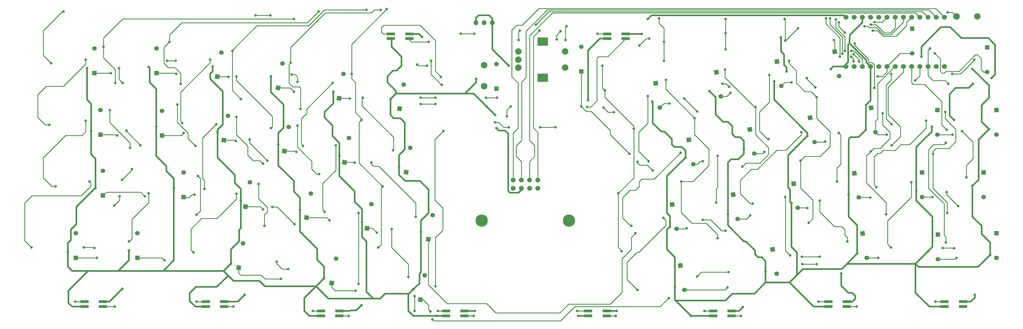
<source format=gbr>
G04 #@! TF.GenerationSoftware,KiCad,Pcbnew,(6.0.0-0)*
G04 #@! TF.CreationDate,2021-12-31T14:24:18+09:00*
G04 #@! TF.ProjectId,aliceball,616c6963-6562-4616-9c6c-2e6b69636164,rev?*
G04 #@! TF.SameCoordinates,Original*
G04 #@! TF.FileFunction,Copper,L1,Top*
G04 #@! TF.FilePolarity,Positive*
%FSLAX46Y46*%
G04 Gerber Fmt 4.6, Leading zero omitted, Abs format (unit mm)*
G04 Created by KiCad (PCBNEW (6.0.0-0)) date 2021-12-31 14:24:18*
%MOMM*%
%LPD*%
G01*
G04 APERTURE LIST*
G04 Aperture macros list*
%AMRotRect*
0 Rectangle, with rotation*
0 The origin of the aperture is its center*
0 $1 length*
0 $2 width*
0 $3 Rotation angle, in degrees counterclockwise*
0 Add horizontal line*
21,1,$1,$2,0,0,$3*%
G04 Aperture macros list end*
G04 #@! TA.AperFunction,SMDPad,CuDef*
%ADD10R,2.500000X0.820000*%
G04 #@! TD*
G04 #@! TA.AperFunction,ComponentPad*
%ADD11C,2.000000*%
G04 #@! TD*
G04 #@! TA.AperFunction,ComponentPad*
%ADD12R,3.200000X2.500000*%
G04 #@! TD*
G04 #@! TA.AperFunction,ComponentPad*
%ADD13O,1.500000X1.500000*%
G04 #@! TD*
G04 #@! TA.AperFunction,ComponentPad*
%ADD14R,1.397000X1.397000*%
G04 #@! TD*
G04 #@! TA.AperFunction,ComponentPad*
%ADD15C,1.397000*%
G04 #@! TD*
G04 #@! TA.AperFunction,ComponentPad*
%ADD16RotRect,1.397000X1.397000X280.000000*%
G04 #@! TD*
G04 #@! TA.AperFunction,ComponentPad*
%ADD17RotRect,1.397000X1.397000X80.000000*%
G04 #@! TD*
G04 #@! TA.AperFunction,WasherPad*
%ADD18C,3.810000*%
G04 #@! TD*
G04 #@! TA.AperFunction,ComponentPad*
%ADD19C,1.500000*%
G04 #@! TD*
G04 #@! TA.AperFunction,ComponentPad*
%ADD20C,1.524000*%
G04 #@! TD*
G04 #@! TA.AperFunction,ViaPad*
%ADD21C,0.800000*%
G04 #@! TD*
G04 #@! TA.AperFunction,Conductor*
%ADD22C,0.250000*%
G04 #@! TD*
G04 #@! TA.AperFunction,Conductor*
%ADD23C,0.500000*%
G04 #@! TD*
G04 APERTURE END LIST*
D10*
X157155000Y-113335500D03*
X151455000Y-113335500D03*
X151455000Y-111835500D03*
X157155000Y-111835500D03*
X239832000Y-113335500D03*
X234132000Y-113335500D03*
X234132000Y-111835500D03*
X239832000Y-111835500D03*
X207066000Y-27610500D03*
X201366000Y-27610500D03*
X201366000Y-26110500D03*
X207066000Y-26110500D03*
X82860000Y-110478000D03*
X77160000Y-110478000D03*
X77160000Y-108978000D03*
X82860000Y-108978000D03*
X45331500Y-110478000D03*
X39631500Y-110478000D03*
X39631500Y-108978000D03*
X45331500Y-108978000D03*
X201160500Y-113335500D03*
X195460500Y-113335500D03*
X195460500Y-111835500D03*
X201160500Y-111835500D03*
X311384000Y-110478000D03*
X305684000Y-110478000D03*
X305684000Y-108978000D03*
X311384000Y-108978000D03*
X118483500Y-113335500D03*
X112783500Y-113335500D03*
X112783500Y-111835500D03*
X118483500Y-111835500D03*
X140124500Y-27610500D03*
X134424500Y-27610500D03*
X134424500Y-26110500D03*
X140124500Y-26110500D03*
X275455500Y-110478000D03*
X269755500Y-110478000D03*
X269755500Y-108978000D03*
X275455500Y-108978000D03*
D11*
X173856000Y-31599500D03*
X173856000Y-36599500D03*
X173856000Y-34099500D03*
D12*
X181356000Y-28499500D03*
X181356000Y-39699500D03*
D11*
X188356000Y-36599500D03*
X188356000Y-31599500D03*
D13*
X163258500Y-22719500D03*
X165758500Y-22719500D03*
X160758500Y-22719500D03*
D14*
X45360000Y-76110000D03*
D15*
X45360000Y-68490000D03*
D14*
X317754000Y-68961000D03*
D15*
X317754000Y-76581000D03*
D16*
X258989900Y-72447882D03*
D15*
X260313100Y-79952118D03*
D14*
X303657000Y-88201500D03*
D15*
X303657000Y-95821500D03*
D17*
X101446400Y-62426118D03*
D15*
X102769600Y-54921882D03*
D14*
X167068500Y-43053000D03*
D15*
X167068500Y-35433000D03*
D14*
X193357500Y-37719000D03*
D15*
X193357500Y-30099000D03*
D16*
X245464400Y-55683882D03*
D15*
X246787600Y-63188118D03*
D16*
X277849400Y-69209382D03*
D15*
X279172600Y-76713618D03*
D17*
X82704626Y-58963584D03*
D15*
X84027826Y-51459348D03*
D16*
X282992900Y-49016382D03*
D15*
X284316100Y-56520618D03*
D17*
X80681900Y-39375618D03*
D15*
X82005100Y-31871382D03*
D17*
X137069900Y-49281618D03*
D15*
X138393100Y-41777382D03*
D14*
X70294500Y-76581000D03*
D15*
X70294500Y-68961000D03*
D14*
X61912500Y-38290500D03*
D15*
X61912500Y-30670500D03*
D18*
X162522000Y-83888000D03*
X189522000Y-83888000D03*
D19*
X172212000Y-73918500D03*
X172212000Y-71378500D03*
X174752000Y-73918500D03*
X174752000Y-71378500D03*
X177292000Y-73918500D03*
X177292000Y-71378500D03*
X179832000Y-73918500D03*
X179832000Y-71378500D03*
D17*
X146023400Y-89667618D03*
D15*
X147346600Y-82163382D03*
D14*
X44577000Y-57340500D03*
D15*
X44577000Y-49720500D03*
D11*
X309360500Y-20764500D03*
X315860500Y-20764500D03*
D17*
X87349400Y-98430618D03*
D15*
X88672600Y-90926382D03*
D16*
X223937900Y-97784382D03*
D15*
X225261100Y-105288618D03*
D14*
X298704000Y-68961000D03*
D15*
X298704000Y-76581000D03*
D17*
X139092626Y-68869584D03*
D15*
X140415826Y-61365348D03*
D14*
X42672000Y-38290500D03*
D15*
X42672000Y-30670500D03*
D16*
X271753400Y-31680882D03*
D15*
X273076600Y-39185118D03*
D16*
X252463741Y-92783223D03*
D15*
X253786941Y-100287459D03*
D16*
X253846400Y-34728882D03*
D15*
X255169600Y-42233118D03*
D14*
X303466500Y-49720500D03*
D15*
X303466500Y-57340500D03*
D17*
X143546900Y-108336618D03*
D15*
X144870100Y-100832382D03*
D14*
X36957000Y-95440500D03*
D15*
X36957000Y-87820500D03*
D14*
X63627000Y-57531000D03*
D15*
X63627000Y-49911000D03*
D14*
X318897000Y-30289500D03*
D15*
X318897000Y-37909500D03*
D16*
X216317900Y-41396382D03*
D15*
X217641100Y-48900618D03*
D14*
X56007000Y-95440500D03*
D15*
X56007000Y-87820500D03*
D17*
X120115400Y-65855118D03*
D15*
X121438600Y-58350882D03*
D14*
X321754500Y-49720500D03*
D15*
X321754500Y-57340500D03*
D17*
X89444900Y-79571118D03*
D15*
X90768100Y-72066882D03*
D11*
X163258500Y-42302500D03*
X163258500Y-35802500D03*
D17*
X108304400Y-83000118D03*
D15*
X109627600Y-75495882D03*
D14*
X321754500Y-87820500D03*
D15*
X321754500Y-95440500D03*
D17*
X99541400Y-42804618D03*
D15*
X100864600Y-35300382D03*
D20*
X277749000Y-36231400D03*
X280289000Y-36231400D03*
X282829000Y-36231400D03*
X285369000Y-36231400D03*
X287909000Y-36231400D03*
X290449000Y-36231400D03*
X292989000Y-36231400D03*
X295529000Y-36231400D03*
X298069000Y-36231400D03*
X300609000Y-36231400D03*
X303149000Y-36231400D03*
X305689000Y-36231400D03*
X305689000Y-21011400D03*
X303149000Y-21011400D03*
X300609000Y-21011400D03*
X298069000Y-21011400D03*
X295529000Y-21011400D03*
X292989000Y-21011400D03*
X290449000Y-21011400D03*
X287909000Y-21011400D03*
X285369000Y-21011400D03*
X282829000Y-21011400D03*
X280289000Y-21011400D03*
X277749000Y-21011400D03*
X275209000Y-21011400D03*
X275209000Y-36231400D03*
D17*
X116113741Y-103166778D03*
D15*
X117436941Y-95662542D03*
D16*
X240320900Y-75876882D03*
D15*
X241644100Y-83381118D03*
D16*
X264133400Y-52064382D03*
D15*
X265456600Y-59568618D03*
D16*
X280325900Y-87878382D03*
D15*
X281649100Y-95382618D03*
D16*
X226604900Y-58922382D03*
D15*
X227928100Y-66426618D03*
D17*
X127063500Y-86296500D03*
D15*
X128386700Y-78792264D03*
D14*
X295656000Y-24574500D03*
D15*
X295656000Y-32194500D03*
D17*
X118400900Y-46043118D03*
D15*
X119724100Y-38538882D03*
D16*
X235177400Y-37967382D03*
D15*
X236500600Y-45471618D03*
D16*
X221461400Y-78924882D03*
D15*
X222784600Y-86429118D03*
D21*
X302704500Y-32194500D03*
X284988000Y-39243000D03*
X84201000Y-39433500D03*
X148209000Y-47815500D03*
X104394000Y-44005500D03*
X121729500Y-46101000D03*
X47815500Y-38290500D03*
X68008500Y-38481000D03*
X220599000Y-47625000D03*
X239458500Y-44386500D03*
X143637000Y-47815500D03*
X258318000Y-41148000D03*
X70294500Y-56769000D03*
X215455500Y-68389500D03*
X208216500Y-63246000D03*
X170307000Y-51625500D03*
X171450000Y-48577500D03*
X268795500Y-59436000D03*
X249936000Y-62674500D03*
X287845500Y-57340500D03*
X86487000Y-59245500D03*
X308229000Y-57340500D03*
X230886000Y-65532000D03*
X105156000Y-62674500D03*
X210693000Y-65722500D03*
X193357500Y-48577500D03*
X123253500Y-65913000D03*
X49720500Y-57531000D03*
X225933000Y-86296500D03*
X94869000Y-80391000D03*
X289369500Y-60579000D03*
X263271000Y-80010000D03*
X58293000Y-76390500D03*
X130111500Y-87630000D03*
X301942500Y-76581000D03*
X210121500Y-87820500D03*
X115443000Y-83820000D03*
X73723500Y-75819000D03*
X282702000Y-76771500D03*
X245554500Y-82296000D03*
X285178500Y-95440500D03*
X220408500Y-107823000D03*
X147256500Y-114490500D03*
X123444000Y-105537000D03*
X266128500Y-97345500D03*
X238506000Y-104584500D03*
X306133500Y-59817000D03*
X100393500Y-101917500D03*
X261747000Y-97345500D03*
X309372000Y-95440500D03*
X43434000Y-95440500D03*
X64389000Y-96202500D03*
X146685000Y-112014000D03*
X306324000Y-55816500D03*
X306133500Y-90678000D03*
X271462500Y-28003500D03*
X170878500Y-36004500D03*
X88011000Y-77724000D03*
X148590000Y-113347500D03*
X136969500Y-67246500D03*
X79248000Y-36195000D03*
X34480500Y-93535500D03*
X84963000Y-97155000D03*
X319849500Y-94488000D03*
X195453000Y-46672500D03*
X41719500Y-56197500D03*
X215265000Y-47053500D03*
X296989500Y-74676000D03*
X141351000Y-105156000D03*
X258318000Y-78486000D03*
X238696500Y-81915000D03*
X160782000Y-40005000D03*
X192417000Y-113335500D03*
X252984000Y-40767000D03*
X143722089Y-87354411D03*
X59436000Y-36385500D03*
X134302500Y-46291500D03*
X319468500Y-55626000D03*
X67246500Y-73723500D03*
X164115750Y-48672750D03*
X220789500Y-85725000D03*
X43053000Y-73723500D03*
X125539500Y-84391500D03*
X61824521Y-54761479D03*
X243649500Y-61722000D03*
X301752000Y-54864000D03*
X113728500Y-101727000D03*
X116586000Y-44005500D03*
X227278500Y-113335500D03*
X276034500Y-75819000D03*
X97345500Y-39243000D03*
X270510000Y-36957000D03*
X99631500Y-60388500D03*
X250317000Y-99631500D03*
X40386000Y-36766500D03*
X278701500Y-94083110D03*
X314325000Y-73152000D03*
X80772000Y-56578500D03*
X300609000Y-93345000D03*
X281368500Y-55816500D03*
X53340000Y-93154500D03*
X222313500Y-104394000D03*
X167068500Y-55245000D03*
X166687500Y-51244500D03*
X225552000Y-64389000D03*
X118491000Y-63817500D03*
X263271000Y-57721500D03*
X106299000Y-80581500D03*
X314325000Y-36957000D03*
X232981500Y-43815000D03*
X213931500Y-21526500D03*
X314896500Y-34099500D03*
X308038500Y-38481000D03*
X89154000Y-106870500D03*
X51362000Y-104998000D03*
X212000500Y-26110500D03*
X160413000Y-111835500D03*
X125330000Y-110080000D03*
X320230500Y-39814500D03*
X255079500Y-27241500D03*
X314515500Y-41529000D03*
X273783000Y-100203000D03*
X256794000Y-37719000D03*
X204216000Y-111823500D03*
X298525500Y-33159000D03*
X308610000Y-52768500D03*
X243268500Y-110680500D03*
X144018000Y-27051000D03*
X315087000Y-106870500D03*
X312420000Y-70485000D03*
X311086500Y-56197500D03*
X309943500Y-79438500D03*
X306324000Y-75057000D03*
X308639188Y-92421688D03*
X305181000Y-92392500D03*
X289179000Y-92202000D03*
X295465500Y-72009000D03*
X284607000Y-73533000D03*
X300037500Y-52959000D03*
X289369500Y-54102000D03*
X289179000Y-38481000D03*
X263080500Y-39814500D03*
X265747500Y-42672000D03*
X272415000Y-71818500D03*
X272986500Y-56769000D03*
X275653500Y-90297000D03*
X267081000Y-77724000D03*
X256413000Y-76581000D03*
X267081000Y-95059500D03*
X261556500Y-95059500D03*
X257937000Y-94678500D03*
X261366000Y-56578500D03*
X246316500Y-78676500D03*
X251460000Y-38862000D03*
X251269500Y-58674000D03*
X239077500Y-42481500D03*
X236982000Y-41529000D03*
X225171000Y-46101000D03*
X229171500Y-50101500D03*
X235458000Y-63817500D03*
X235077000Y-78295500D03*
X237934500Y-87058500D03*
X230886000Y-83629500D03*
X238887000Y-99822000D03*
X229171500Y-101155500D03*
X218694000Y-83058000D03*
X210693000Y-105346500D03*
X208788000Y-85534500D03*
X224028000Y-62865000D03*
X213931500Y-45339000D03*
X214122000Y-65532000D03*
X203417951Y-50328049D03*
X167259000Y-45910500D03*
X200215500Y-48958500D03*
X143637000Y-45910500D03*
X163830000Y-45910500D03*
X148209000Y-45910500D03*
X125730000Y-45910500D03*
X135064500Y-62103000D03*
X142113000Y-82677000D03*
X128397000Y-65913000D03*
X134683500Y-86487000D03*
X139827000Y-101346000D03*
X124396500Y-103441500D03*
X124396500Y-81534000D03*
X117348000Y-60579000D03*
X113919000Y-81153000D03*
X116395500Y-41338500D03*
X107251500Y-60769500D03*
X105537000Y-40957500D03*
X103632000Y-38671500D03*
X97345500Y-55245000D03*
X86677500Y-39243000D03*
X96202500Y-65341500D03*
X90678000Y-58864500D03*
X104584500Y-84963000D03*
X97726500Y-79629000D03*
X99060000Y-96583500D03*
X102679500Y-98869500D03*
X73342500Y-93726000D03*
X86677500Y-75628500D03*
X76771500Y-74104500D03*
X80391000Y-54102000D03*
X78486000Y-34099500D03*
X69913500Y-53721000D03*
X65151000Y-34480500D03*
X67818000Y-34480500D03*
X50292000Y-36766500D03*
X51435000Y-41338500D03*
X56959500Y-60579000D03*
X52578000Y-56007000D03*
X59436000Y-75438000D03*
X53340000Y-90297000D03*
X39433500Y-92202000D03*
X42672000Y-92392500D03*
X41148000Y-71818500D03*
X23241000Y-92202000D03*
X40005000Y-52959000D03*
X30670500Y-73342500D03*
X28765500Y-54292500D03*
X40005000Y-34099500D03*
X145542000Y-36004500D03*
X29337000Y-35242500D03*
X33147000Y-19240500D03*
X142494000Y-35623500D03*
X149923500Y-39433500D03*
X160210500Y-26098500D03*
X146113500Y-28575000D03*
X198310500Y-26098500D03*
X156019500Y-26098500D03*
X195110607Y-48768000D03*
X185356500Y-55054500D03*
X166687500Y-53530500D03*
X180594000Y-55054500D03*
X170878500Y-55054500D03*
X36766500Y-108966000D03*
X148209000Y-104203500D03*
X150685500Y-56197500D03*
X141732000Y-111823500D03*
X141732000Y-107251500D03*
X48958500Y-110490000D03*
X74295000Y-108966000D03*
X110299500Y-111823500D03*
X85725000Y-110490000D03*
X121348500Y-113347500D03*
X148971000Y-111823500D03*
X192024000Y-111823500D03*
X160020000Y-113347500D03*
X231457500Y-111823500D03*
X204025500Y-113347500D03*
X266700000Y-108966000D03*
X242697000Y-113347500D03*
X278511000Y-110490000D03*
X302895000Y-108966000D03*
X92583000Y-20383500D03*
X97155000Y-20383500D03*
X211264500Y-29718000D03*
X284035500Y-22479000D03*
X205740000Y-93345000D03*
X199834500Y-36004500D03*
X214312500Y-27622500D03*
X204787500Y-75438000D03*
X200596500Y-43624500D03*
X209550000Y-55435500D03*
X224218500Y-71818500D03*
X218884500Y-34480500D03*
X47434500Y-49720500D03*
X282892500Y-23241000D03*
X51244500Y-71247000D03*
X104394000Y-21526500D03*
X49149000Y-41338500D03*
X235458000Y-89344500D03*
X228409500Y-52197000D03*
X217360500Y-21336000D03*
X54292500Y-68008500D03*
X48768000Y-79248000D03*
X219456000Y-40386000D03*
X218884500Y-28575000D03*
X50482500Y-76390500D03*
X45529500Y-30099000D03*
X53721000Y-61341000D03*
X247269000Y-48768000D03*
X74676000Y-70104000D03*
X243078000Y-67246500D03*
X112014000Y-19240500D03*
X74295000Y-82105500D03*
X237934500Y-25908000D03*
X237934500Y-21526500D03*
X65913000Y-28575000D03*
X69342000Y-41529000D03*
X237744000Y-37147500D03*
X73914000Y-60769500D03*
X280987500Y-23775000D03*
X237934500Y-30861000D03*
X68389500Y-48006000D03*
X257556000Y-34480500D03*
X126873000Y-18669000D03*
X261175500Y-65341500D03*
X94869000Y-66294000D03*
X95250000Y-85534500D03*
X263652000Y-84582000D03*
X93535500Y-72580500D03*
X260413500Y-24384000D03*
X256222500Y-21526500D03*
X256413000Y-28194000D03*
X86677500Y-51816000D03*
X85344000Y-31432500D03*
X88011000Y-46291500D03*
X266128500Y-45720000D03*
X283464000Y-25146000D03*
X296608500Y-40576500D03*
X282892500Y-62484000D03*
X105537000Y-54483000D03*
X277939500Y-29146500D03*
X273022549Y-22633451D03*
X286512000Y-50673000D03*
X112204500Y-69532500D03*
X131254500Y-18669000D03*
X103441500Y-35052000D03*
X274891500Y-25717500D03*
X284035500Y-42862500D03*
X106489500Y-49339500D03*
X287655000Y-81915000D03*
X302133000Y-63246000D03*
X125349000Y-52768500D03*
X301180500Y-30670500D03*
X306514500Y-81534000D03*
X122301000Y-38481000D03*
X305943000Y-50292000D03*
X130492500Y-92202000D03*
X306895500Y-41529000D03*
X131826000Y-73342500D03*
X133159500Y-18478500D03*
X150114000Y-41910000D03*
X279213799Y-34730201D03*
X188785500Y-23812500D03*
X188404500Y-28003500D03*
X146875500Y-34480500D03*
X274129500Y-32253017D03*
X270319500Y-21304980D03*
X277558500Y-32385000D03*
X272070049Y-21680951D03*
X276790981Y-31404907D03*
X174307500Y-25146000D03*
X173926500Y-28003500D03*
X274891500Y-31432500D03*
X276796500Y-33172500D03*
X185737500Y-27813000D03*
X277558500Y-34621500D03*
X186880500Y-25336500D03*
X273367500Y-33147000D03*
X268986000Y-21304980D03*
X306705000Y-19431000D03*
X180403500Y-25146000D03*
X179260500Y-23241000D03*
D22*
X315277500Y-32575500D02*
X315849000Y-32575500D01*
X305562000Y-38290500D02*
X306133500Y-37719000D01*
X315849000Y-32575500D02*
X316992000Y-33718500D01*
X304990500Y-38290500D02*
X305562000Y-38290500D01*
X310134000Y-37719000D02*
X315277500Y-32575500D01*
X302704500Y-32194500D02*
X304419000Y-33909000D01*
X68008500Y-38481000D02*
X67818000Y-38290500D01*
X84201000Y-39433500D02*
X84143118Y-39375618D01*
X220599000Y-47625000D02*
X218916718Y-47625000D01*
X84143118Y-39375618D02*
X80681900Y-39375618D01*
X304419000Y-37719000D02*
X304990500Y-38290500D01*
X287909000Y-37846000D02*
X286512000Y-39243000D01*
X238373382Y-45471618D02*
X236500600Y-45471618D01*
X47815500Y-38290500D02*
X42672000Y-38290500D01*
X291945900Y-32194500D02*
X295656000Y-32194500D01*
X287909000Y-36231400D02*
X287909000Y-37846000D01*
X306133500Y-37719000D02*
X310134000Y-37719000D01*
X316992000Y-33718500D02*
X316992000Y-37147500D01*
X316992000Y-37147500D02*
X317754000Y-37909500D01*
X121671618Y-46043118D02*
X118400900Y-46043118D01*
X143637000Y-47815500D02*
X148209000Y-47815500D01*
X287909000Y-36231400D02*
X291945900Y-32194500D01*
X286512000Y-39243000D02*
X284988000Y-39243000D01*
X218916718Y-47625000D02*
X217641100Y-48900618D01*
X239458500Y-44386500D02*
X238373382Y-45471618D01*
X258318000Y-41148000D02*
X256254718Y-41148000D01*
X256254718Y-41148000D02*
X255169600Y-42233118D01*
X304419000Y-33909000D02*
X304419000Y-37719000D01*
X317754000Y-37909500D02*
X318897000Y-37909500D01*
X104394000Y-44005500D02*
X103193118Y-42804618D01*
X67818000Y-38290500D02*
X61912500Y-38290500D01*
X121729500Y-46101000D02*
X121671618Y-46043118D01*
X103193118Y-42804618D02*
X99541400Y-42804618D01*
X229229382Y-66426618D02*
X227928100Y-66426618D01*
X196405500Y-50101500D02*
X202311000Y-56007000D01*
X284988000Y-41529000D02*
X284988000Y-52387500D01*
X214693500Y-67627500D02*
X213741000Y-66675000D01*
X69532500Y-57531000D02*
X63627000Y-57531000D01*
X86487000Y-59245500D02*
X86205084Y-58963584D01*
X86205084Y-58963584D02*
X82704626Y-58963584D01*
X170307000Y-49720500D02*
X171450000Y-48577500D01*
X123195618Y-65855118D02*
X120115400Y-65855118D01*
X202311000Y-56007000D02*
X202311000Y-57340500D01*
X105156000Y-62674500D02*
X104907618Y-62426118D01*
X268662882Y-59568618D02*
X265456600Y-59568618D01*
X308229000Y-57340500D02*
X303466500Y-57340500D01*
X285135982Y-57340500D02*
X284316100Y-56520618D01*
X213741000Y-66675000D02*
X211455000Y-66675000D01*
X290285600Y-36231400D02*
X284988000Y-41529000D01*
X268795500Y-59436000D02*
X268662882Y-59568618D01*
X215455500Y-68389500D02*
X214693500Y-67627500D01*
X193357500Y-48577500D02*
X193357500Y-37719000D01*
X49530000Y-57340500D02*
X44577000Y-57340500D01*
X70294500Y-56769000D02*
X69532500Y-57531000D01*
X230886000Y-65532000D02*
X230124000Y-65532000D01*
X284988000Y-52387500D02*
X284316100Y-53059400D01*
X230124000Y-65532000D02*
X229229382Y-66426618D01*
X210693000Y-65913000D02*
X210693000Y-65722500D01*
X287845500Y-57340500D02*
X285135982Y-57340500D01*
X193357500Y-48577500D02*
X194881500Y-50101500D01*
X123253500Y-65913000D02*
X123195618Y-65855118D01*
X249936000Y-62674500D02*
X249422382Y-63188118D01*
X211455000Y-66675000D02*
X210693000Y-65913000D01*
X202311000Y-57340500D02*
X208216500Y-63246000D01*
X290449000Y-36231400D02*
X290285600Y-36231400D01*
X249422382Y-63188118D02*
X246787600Y-63188118D01*
X194881500Y-50101500D02*
X196405500Y-50101500D01*
X284316100Y-53059400D02*
X284316100Y-56520618D01*
X170307000Y-51625500D02*
X170307000Y-49720500D01*
X49720500Y-57531000D02*
X49530000Y-57340500D01*
X104907618Y-62426118D02*
X101446400Y-62426118D01*
X292036500Y-57912000D02*
X292036500Y-54864000D01*
X46413000Y-75057000D02*
X45360000Y-76110000D01*
X282702000Y-76771500D02*
X282644118Y-76713618D01*
X72961500Y-75819000D02*
X72009000Y-76771500D01*
X56959500Y-75057000D02*
X46413000Y-75057000D01*
X164020500Y-109537500D02*
X151828500Y-109537500D01*
X205930500Y-106108500D02*
X202311000Y-109728000D01*
X73723500Y-75819000D02*
X72961500Y-75819000D01*
X94049118Y-79571118D02*
X89444900Y-79571118D01*
X263271000Y-80010000D02*
X263213118Y-79952118D01*
X245554500Y-82296000D02*
X244469382Y-83381118D01*
X289369500Y-60579000D02*
X292036500Y-57912000D01*
X72009000Y-76771500D02*
X70485000Y-76771500D01*
X208788000Y-89154000D02*
X208788000Y-92773500D01*
X225933000Y-86296500D02*
X225800382Y-86429118D01*
X282644118Y-76713618D02*
X279172600Y-76713618D01*
X70485000Y-76771500D02*
X70294500Y-76581000D01*
X166878000Y-112395000D02*
X164020500Y-109537500D01*
X128778000Y-86296500D02*
X127063500Y-86296500D01*
X210121500Y-87820500D02*
X208788000Y-89154000D01*
X186690000Y-112395000D02*
X166878000Y-112395000D01*
X58293000Y-76390500D02*
X56959500Y-75057000D01*
X301942500Y-76581000D02*
X298704000Y-76581000D01*
X263213118Y-79952118D02*
X260313100Y-79952118D01*
X146023400Y-103732400D02*
X146023400Y-89667618D01*
X292989000Y-37909500D02*
X292989000Y-36231400D01*
X130111500Y-87630000D02*
X128778000Y-86296500D01*
X225800382Y-86429118D02*
X222784600Y-86429118D01*
X288226500Y-42672000D02*
X292989000Y-37909500D01*
X94869000Y-80391000D02*
X94049118Y-79571118D01*
X208788000Y-92773500D02*
X205930500Y-95631000D01*
X189357000Y-109728000D02*
X186690000Y-112395000D01*
X205930500Y-95631000D02*
X205930500Y-106108500D01*
X288226500Y-51054000D02*
X288226500Y-42672000D01*
X151828500Y-109537500D02*
X146023400Y-103732400D01*
X114623118Y-83000118D02*
X108304400Y-83000118D01*
X202311000Y-109728000D02*
X189357000Y-109728000D01*
X292036500Y-54864000D02*
X288226500Y-51054000D01*
X115443000Y-83820000D02*
X114623118Y-83000118D01*
X244469382Y-83381118D02*
X241644100Y-83381118D01*
X123444000Y-105537000D02*
X117157500Y-105537000D01*
X285178500Y-95440500D02*
X285120618Y-95382618D01*
X186880500Y-114871500D02*
X191262000Y-110490000D01*
X147637500Y-114871500D02*
X186880500Y-114871500D01*
X305562000Y-60388500D02*
X302323500Y-60388500D01*
X146113500Y-110109000D02*
X146113500Y-111442500D01*
X237801882Y-105288618D02*
X225261100Y-105288618D01*
X302323500Y-60388500D02*
X300799500Y-61912500D01*
X88011000Y-100774500D02*
X87349400Y-100112900D01*
X100393500Y-101917500D02*
X95440500Y-101917500D01*
X191262000Y-110490000D02*
X217741500Y-110490000D01*
X217741500Y-110490000D02*
X220408500Y-107823000D01*
X145732500Y-109728000D02*
X146113500Y-110109000D01*
X117157500Y-105537000D02*
X116113741Y-104493241D01*
X116113741Y-104493241D02*
X116113741Y-103166778D01*
X238506000Y-104584500D02*
X237801882Y-105288618D01*
X308991000Y-95821500D02*
X303657000Y-95821500D01*
X143546900Y-108336618D02*
X144341118Y-108336618D01*
X304800000Y-54292500D02*
X306324000Y-55816500D01*
X285120618Y-95382618D02*
X281649100Y-95382618D01*
X43434000Y-95440500D02*
X36957000Y-95440500D01*
X63627000Y-95440500D02*
X56007000Y-95440500D01*
X303847500Y-76962000D02*
X305562000Y-78676500D01*
X305562000Y-88392000D02*
X306133500Y-88963500D01*
X304800000Y-47053500D02*
X304800000Y-54292500D01*
X87349400Y-100112900D02*
X87349400Y-98430618D01*
X300799500Y-73914000D02*
X303847500Y-76962000D01*
X295529000Y-36231400D02*
X295529000Y-41211500D01*
X95440500Y-101917500D02*
X94297500Y-100774500D01*
X64389000Y-96202500D02*
X63627000Y-95440500D01*
X299466000Y-41719500D02*
X304800000Y-47053500D01*
X306133500Y-88963500D02*
X306133500Y-90678000D01*
X94297500Y-100774500D02*
X88011000Y-100774500D01*
X295529000Y-41211500D02*
X296037000Y-41719500D01*
X300799500Y-61912500D02*
X300799500Y-73914000D01*
X266128500Y-97345500D02*
X261747000Y-97345500D01*
X147256500Y-114490500D02*
X147637500Y-114871500D01*
X144341118Y-108336618D02*
X145732500Y-109728000D01*
X296037000Y-41719500D02*
X299466000Y-41719500D01*
X306133500Y-59817000D02*
X305562000Y-60388500D01*
X309372000Y-95440500D02*
X308991000Y-95821500D01*
X305562000Y-78676500D02*
X305562000Y-88392000D01*
X146113500Y-111442500D02*
X146685000Y-112014000D01*
X271753400Y-31680882D02*
X271753400Y-28294400D01*
X271753400Y-28294400D02*
X271462500Y-28003500D01*
D23*
X138702019Y-61894481D02*
X138702019Y-53548519D01*
X282829000Y-38163500D02*
X282829000Y-46736000D01*
X50101500Y-99441000D02*
X53340000Y-96202500D01*
X319468500Y-45910500D02*
X317182500Y-48196500D01*
X78486000Y-38481000D02*
X78486000Y-40005000D01*
X215455500Y-47244000D02*
X215265000Y-47053500D01*
X93726000Y-102489000D02*
X95440500Y-104203500D01*
X80772000Y-56578500D02*
X80772000Y-64376736D01*
X113728500Y-98107500D02*
X111633000Y-96012000D01*
X164782500Y-20383500D02*
X165758500Y-21359500D01*
X40386000Y-46482000D02*
X41148000Y-47244000D01*
X242506500Y-58102500D02*
X243649500Y-59245500D01*
X199084500Y-27610500D02*
X195453000Y-31242000D01*
X167830500Y-56007000D02*
X169735500Y-56007000D01*
X250317000Y-99631500D02*
X250317000Y-103060500D01*
X107632500Y-111823500D02*
X109144500Y-113335500D01*
X220789500Y-82486500D02*
X219837000Y-81534000D01*
X118491000Y-59817000D02*
X118491000Y-63817500D01*
X87524589Y-90211911D02*
X84963000Y-92773500D01*
X201716000Y-27610500D02*
X199084500Y-27610500D01*
X165758500Y-21359500D02*
X165758500Y-22719500D01*
X304624978Y-110478000D02*
X304612978Y-110490000D01*
X250317000Y-96393000D02*
X250317000Y-99631500D01*
X118491000Y-63817500D02*
X118491000Y-70104000D01*
X296989500Y-77724000D02*
X301942500Y-82677000D01*
X40767000Y-99441000D02*
X41148000Y-99441000D01*
X107632500Y-107823000D02*
X107632500Y-111823500D01*
X80772000Y-55816500D02*
X80772000Y-56578500D01*
X281368500Y-55816500D02*
X281368500Y-48196500D01*
X278701500Y-94083110D02*
X278701500Y-85344000D01*
X131064000Y-108013500D02*
X128968500Y-108013500D01*
X88011000Y-74104500D02*
X88011000Y-77724000D01*
X132588000Y-106489500D02*
X131064000Y-108013500D01*
X222516000Y-108573000D02*
X227278500Y-113335500D01*
X67246500Y-73723500D02*
X67246500Y-96202500D01*
X59784521Y-36734021D02*
X59784521Y-41115521D01*
X143256000Y-100352919D02*
X143722089Y-99886830D01*
X111633000Y-96012000D02*
X111633000Y-92583000D01*
X248031000Y-95250000D02*
X249174000Y-95250000D01*
X271235600Y-36231400D02*
X275209000Y-36231400D01*
X128968500Y-108013500D02*
X127063500Y-108013500D01*
X137350500Y-52197000D02*
X135255000Y-52197000D01*
X41719500Y-63436500D02*
X43053000Y-64770000D01*
X160758500Y-21169000D02*
X161544000Y-20383500D01*
X219837000Y-81534000D02*
X219837000Y-70104000D01*
X41148000Y-47244000D02*
X41719500Y-47815500D01*
X297668195Y-98214695D02*
X296715695Y-97262195D01*
X247078500Y-94297500D02*
X248031000Y-95250000D01*
X41719500Y-47815500D02*
X41719500Y-56197500D01*
X263271000Y-57721500D02*
X263271000Y-56769000D01*
X141351000Y-105156000D02*
X140017500Y-106489500D01*
X221361000Y-58674000D02*
X219075000Y-56388000D01*
X224409000Y-61150500D02*
X222123000Y-61150500D01*
X241935000Y-64960500D02*
X239649000Y-64960500D01*
X84963000Y-97155000D02*
X82677000Y-99441000D01*
X59436000Y-36385500D02*
X59784521Y-36734021D01*
X314325000Y-82677000D02*
X317182500Y-85534500D01*
X279082500Y-58102500D02*
X281368500Y-55816500D01*
X166687500Y-51244500D02*
X164115750Y-48672750D01*
X165758500Y-22719500D02*
X165758500Y-30884500D01*
X167068500Y-55245000D02*
X167830500Y-56007000D01*
X222313500Y-104394000D02*
X222313500Y-108370500D01*
X126873000Y-90297000D02*
X126873000Y-105918000D01*
X276320250Y-29051250D02*
X276320250Y-27717750D01*
X220789500Y-85725000D02*
X220789500Y-82486500D01*
X67246500Y-70866000D02*
X67246500Y-73723500D01*
X234886500Y-45720000D02*
X234886500Y-51054000D01*
X111252000Y-104203500D02*
X113728500Y-101727000D01*
X250317000Y-103060500D02*
X246888000Y-106489500D01*
X134302500Y-51244500D02*
X134302500Y-46291500D01*
X164115750Y-48672750D02*
X160020000Y-44577000D01*
X41719500Y-56197500D02*
X41719500Y-56769000D01*
X101180844Y-48031344D02*
X97345500Y-44196000D01*
X296989500Y-74676000D02*
X296989500Y-77724000D01*
X101180844Y-55219656D02*
X101180844Y-48031344D01*
X34480500Y-98107500D02*
X35814000Y-99441000D01*
X238696500Y-85344000D02*
X243649500Y-90297000D01*
X276606000Y-58102500D02*
X279082500Y-58102500D01*
X270105500Y-110478000D02*
X265164000Y-110478000D01*
X109144500Y-113335500D02*
X113133500Y-113335500D01*
X239649000Y-64960500D02*
X238696500Y-65913000D01*
X64960500Y-67056000D02*
X64960500Y-68580000D01*
X126873000Y-105918000D02*
X128968500Y-108013500D01*
X61824521Y-63920021D02*
X64960500Y-67056000D01*
X53340000Y-96202500D02*
X53340000Y-93154500D01*
X257365500Y-63627000D02*
X263271000Y-57721500D01*
X82420256Y-54168244D02*
X80772000Y-55816500D01*
X270510000Y-36957000D02*
X271235600Y-36231400D01*
X136017000Y-43815000D02*
X133350000Y-41148000D01*
X225552000Y-64389000D02*
X225552000Y-62293500D01*
X260032500Y-93726000D02*
X260032500Y-100774500D01*
X220789500Y-85725000D02*
X219837000Y-86677500D01*
X278701500Y-94083110D02*
X275546305Y-97238305D01*
X170688000Y-74676000D02*
X171259500Y-75247500D01*
X137731500Y-33147000D02*
X134683500Y-30099000D01*
X171259500Y-75247500D02*
X173926500Y-75247500D01*
X246888000Y-106489500D02*
X240030000Y-106489500D01*
X319468500Y-55626000D02*
X316230000Y-58864500D01*
X99631500Y-56769000D02*
X101180844Y-55219656D01*
X111252000Y-104203500D02*
X107632500Y-107823000D01*
X136017000Y-44577000D02*
X157353000Y-44577000D01*
X169735500Y-56007000D02*
X170688000Y-56959500D01*
X134683500Y-30099000D02*
X134683500Y-27701500D01*
X85725000Y-102489000D02*
X93726000Y-102489000D01*
X240030000Y-57150000D02*
X240982500Y-58102500D01*
X115062000Y-108013500D02*
X111252000Y-104203500D01*
X260032500Y-100774500D02*
X257746500Y-103060500D01*
X237946500Y-108573000D02*
X222516000Y-108573000D01*
X133350000Y-41148000D02*
X133350000Y-39243000D01*
X275209000Y-35496500D02*
X275844000Y-34861500D01*
X276034500Y-82677000D02*
X276034500Y-75819000D01*
X136969500Y-63627000D02*
X138702019Y-61894481D01*
X243649500Y-63246000D02*
X241935000Y-64960500D01*
X275844000Y-34861500D02*
X275844000Y-29527500D01*
X99631500Y-60388500D02*
X99631500Y-56769000D01*
X106299000Y-80581500D02*
X106299000Y-76771500D01*
X41148000Y-99441000D02*
X50101500Y-99441000D01*
X232981500Y-43815000D02*
X234886500Y-45720000D01*
X137731500Y-36004500D02*
X137731500Y-33147000D01*
X238696500Y-65913000D02*
X238696500Y-81915000D01*
X37147500Y-79629000D02*
X37147500Y-84582000D01*
X43053000Y-64770000D02*
X43053000Y-73723500D01*
X317182500Y-88011000D02*
X319849500Y-90678000D01*
X195453000Y-31242000D02*
X195453000Y-46672500D01*
X243649500Y-59245500D02*
X243649500Y-61722000D01*
X67246500Y-96202500D02*
X64008000Y-99441000D01*
X40386000Y-36766500D02*
X40386000Y-46482000D01*
X276034500Y-75819000D02*
X276034500Y-58674000D01*
X34671000Y-105537000D02*
X34671000Y-109347000D01*
X222123000Y-61150500D02*
X221361000Y-60388500D01*
X257365500Y-73723500D02*
X257365500Y-63627000D01*
X88011000Y-77724000D02*
X88011000Y-86296500D01*
X173926500Y-75247500D02*
X174752000Y-74422000D01*
X72199500Y-106299000D02*
X72199500Y-108775500D01*
X134683500Y-27701500D02*
X134774500Y-27610500D01*
X273915109Y-98869500D02*
X261937500Y-98869500D01*
X221361000Y-60388500D02*
X221361000Y-58674000D01*
X41719500Y-56769000D02*
X41719500Y-63436500D01*
X319849500Y-90678000D02*
X319849500Y-94488000D01*
X143722089Y-99886830D02*
X143722089Y-87354411D01*
X301942500Y-92011500D02*
X300609000Y-93345000D01*
X237172500Y-53340000D02*
X238696500Y-53340000D01*
X40767000Y-99441000D02*
X34671000Y-105537000D01*
X148590000Y-113347500D02*
X141351000Y-113347500D01*
X135255000Y-52197000D02*
X134302500Y-51244500D01*
X106299000Y-76771500D02*
X104394000Y-74866500D01*
X141351000Y-113347500D02*
X139827000Y-111823500D01*
X143446500Y-71628000D02*
X138874500Y-71628000D01*
X104394000Y-74866500D02*
X104394000Y-71628000D01*
X113919000Y-50292000D02*
X113919000Y-52006500D01*
X88011000Y-86296500D02*
X87524589Y-86782911D01*
X72199500Y-108775500D02*
X73902000Y-110478000D01*
X252984000Y-46482000D02*
X252984000Y-40767000D01*
X136969500Y-67246500D02*
X136969500Y-63627000D01*
X240030000Y-54673500D02*
X240030000Y-57150000D01*
X97345500Y-44196000D02*
X97345500Y-39243000D01*
X319849500Y-94488000D02*
X316122805Y-98214695D01*
X139827000Y-111823500D02*
X139827000Y-106489500D01*
X281555980Y-34286980D02*
X276320250Y-29051250D01*
X300609000Y-93345000D02*
X296715695Y-97238305D01*
X219837000Y-70104000D02*
X225552000Y-64389000D01*
X240030000Y-106489500D02*
X237946500Y-108573000D01*
X104394000Y-71628000D02*
X99631500Y-66865500D01*
X301942500Y-82677000D02*
X301942500Y-92011500D01*
X317182500Y-53340000D02*
X319468500Y-55626000D01*
X136017000Y-44577000D02*
X136017000Y-43815000D01*
X84105750Y-100869750D02*
X85725000Y-102489000D01*
X249174000Y-95250000D02*
X250317000Y-96393000D01*
X82420256Y-43939256D02*
X82420256Y-54168244D01*
X116586000Y-44005500D02*
X116586000Y-47625000D01*
X78486000Y-40005000D02*
X82420256Y-43939256D01*
X218122500Y-56388000D02*
X215455500Y-53721000D01*
X141351000Y-105156000D02*
X143256000Y-103251000D01*
X316122805Y-98214695D02*
X297668195Y-98214695D01*
X140017500Y-106489500D02*
X132588000Y-106489500D01*
X261937500Y-98869500D02*
X260032500Y-100774500D01*
X160782000Y-41148000D02*
X160782000Y-40005000D01*
X61824521Y-43155521D02*
X61824521Y-54761479D01*
X79248000Y-36195000D02*
X79248000Y-37719000D01*
X258318000Y-78486000D02*
X258318000Y-92011500D01*
X296715695Y-98214695D02*
X296715695Y-97238305D01*
X319468500Y-42100500D02*
X319468500Y-45910500D01*
X296715695Y-106215695D02*
X296715695Y-98214695D01*
X84105750Y-100869750D02*
X80581500Y-104394000D01*
X157353000Y-44577000D02*
X160782000Y-41148000D01*
X125539500Y-80295750D02*
X125539500Y-84391500D01*
X95440500Y-104203500D02*
X111252000Y-104203500D01*
X276415500Y-27622500D02*
X276415500Y-26479500D01*
X138874500Y-71628000D02*
X136969500Y-69723000D01*
X257746500Y-103060500D02*
X250317000Y-103060500D01*
X243649500Y-61722000D02*
X243649500Y-63246000D01*
X317182500Y-85534500D02*
X317182500Y-88011000D01*
X35433000Y-89916000D02*
X34671000Y-90678000D01*
X165758500Y-30884500D02*
X170878500Y-36004500D01*
X64960500Y-68580000D02*
X67246500Y-70866000D01*
X160020000Y-44577000D02*
X157353000Y-44577000D01*
X148602000Y-113335500D02*
X151805000Y-113335500D01*
X276320250Y-27717750D02*
X276415500Y-27622500D01*
X296989500Y-61150500D02*
X296989500Y-74676000D01*
X116395500Y-57721500D02*
X118491000Y-59817000D01*
X314325000Y-36957000D02*
X319468500Y-42100500D01*
X116395500Y-54483000D02*
X116395500Y-57721500D01*
X99631500Y-66865500D02*
X99631500Y-60388500D01*
X227278500Y-113335500D02*
X234482000Y-113335500D01*
X86106000Y-69710736D02*
X86106000Y-72199500D01*
X106299000Y-87249000D02*
X106299000Y-80581500D01*
X135064500Y-37528500D02*
X136207500Y-37528500D01*
X86106000Y-72199500D02*
X88011000Y-74104500D01*
X300990000Y-110490000D02*
X296715695Y-106215695D01*
X82677000Y-99441000D02*
X84105750Y-100869750D01*
X87524589Y-86782911D02*
X87524589Y-90211911D01*
X281555980Y-34958380D02*
X281555980Y-34286980D01*
X170688000Y-56959500D02*
X170688000Y-74676000D01*
X296715695Y-97262195D02*
X296715695Y-97238305D01*
X304612978Y-110490000D02*
X300990000Y-110490000D01*
X84963000Y-92773500D02*
X84963000Y-97155000D01*
X59784521Y-41115521D02*
X61824521Y-43155521D01*
X125539500Y-84391500D02*
X125539500Y-88963500D01*
X219837000Y-92773500D02*
X222313500Y-95250000D01*
X276415500Y-26479500D02*
X280289000Y-22606000D01*
X219075000Y-56388000D02*
X218122500Y-56388000D01*
X133350000Y-39243000D02*
X135064500Y-37528500D01*
X160758500Y-22719500D02*
X160758500Y-21169000D01*
X243649500Y-90297000D02*
X244221000Y-90297000D01*
X146113500Y-74295000D02*
X143446500Y-71628000D01*
X174752000Y-74422000D02*
X174752000Y-73918500D01*
X61824521Y-54761479D02*
X61824521Y-63920021D01*
X316230000Y-71247000D02*
X314325000Y-73152000D01*
X296715695Y-97238305D02*
X275546305Y-97238305D01*
X275546305Y-97238305D02*
X273915109Y-98869500D01*
X280289000Y-22606000D02*
X280289000Y-21011400D01*
X244221000Y-90297000D02*
X247078500Y-93154500D01*
X275209000Y-36231400D02*
X275209000Y-35496500D01*
X41148000Y-75628500D02*
X37147500Y-79629000D01*
X37147500Y-84582000D02*
X37147500Y-84963000D01*
X234886500Y-51054000D02*
X237172500Y-53340000D01*
X314325000Y-73152000D02*
X314325000Y-82677000D01*
X276034500Y-58674000D02*
X276606000Y-58102500D01*
X161544000Y-20383500D02*
X164782500Y-20383500D01*
X143722089Y-87354411D02*
X143722089Y-83925411D01*
X35814000Y-99441000D02*
X40767000Y-99441000D01*
X111633000Y-92583000D02*
X106299000Y-87249000D01*
X282829000Y-36231400D02*
X281555980Y-34958380D01*
X37147500Y-84963000D02*
X35433000Y-86677500D01*
X263271000Y-56769000D02*
X252984000Y-46482000D01*
X282829000Y-46736000D02*
X281368500Y-48196500D01*
X116586000Y-47625000D02*
X113919000Y-50292000D01*
X192417000Y-113335500D02*
X195810500Y-113335500D01*
X215455500Y-53721000D02*
X215455500Y-47244000D01*
X123253500Y-74866500D02*
X123253500Y-78009750D01*
X79248000Y-37719000D02*
X78486000Y-38481000D01*
X34671000Y-109347000D02*
X35802000Y-110478000D01*
X238696500Y-81915000D02*
X238696500Y-85344000D01*
X35802000Y-110478000D02*
X39981500Y-110478000D01*
X80772000Y-64376736D02*
X86106000Y-69710736D01*
X34671000Y-90678000D02*
X34480500Y-90868500D01*
X143722089Y-83925411D02*
X146113500Y-81534000D01*
X258318000Y-78486000D02*
X257937000Y-78105000D01*
X125539500Y-88963500D02*
X126873000Y-90297000D01*
X306034000Y-110478000D02*
X304624978Y-110478000D01*
X34480500Y-93535500D02*
X34480500Y-98107500D01*
X222313500Y-108370500D02*
X222516000Y-108573000D01*
X143256000Y-103251000D02*
X143256000Y-100352919D01*
X74104500Y-104394000D02*
X72199500Y-106299000D01*
X136207500Y-37528500D02*
X137731500Y-36004500D01*
X219837000Y-86677500D02*
X219837000Y-92773500D01*
X278701500Y-85344000D02*
X276034500Y-82677000D01*
X148590000Y-113347500D02*
X148602000Y-113335500D01*
X247078500Y-93154500D02*
X247078500Y-94297500D01*
X123253500Y-78009750D02*
X125539500Y-80295750D01*
X222313500Y-95250000D02*
X222313500Y-104394000D01*
X146113500Y-81534000D02*
X146113500Y-74295000D01*
X316230000Y-58864500D02*
X316230000Y-71247000D01*
X64008000Y-99441000D02*
X50101500Y-99441000D01*
X127063500Y-108013500D02*
X115062000Y-108013500D01*
X34480500Y-90868500D02*
X34480500Y-93535500D01*
X113919000Y-52006500D02*
X116395500Y-54483000D01*
X136969500Y-69723000D02*
X136969500Y-67246500D01*
X275844000Y-29527500D02*
X276320250Y-29051250D01*
X317182500Y-48196500D02*
X317182500Y-53340000D01*
X118491000Y-70104000D02*
X123253500Y-74866500D01*
X257937000Y-74295000D02*
X257365500Y-73723500D01*
X82677000Y-99441000D02*
X64008000Y-99441000D01*
X282829000Y-38163500D02*
X282829000Y-36231400D01*
X134302500Y-46291500D02*
X136017000Y-44577000D01*
X80581500Y-104394000D02*
X74104500Y-104394000D01*
X238696500Y-53340000D02*
X240030000Y-54673500D01*
X35433000Y-86677500D02*
X35433000Y-89916000D01*
X225552000Y-62293500D02*
X224409000Y-61150500D01*
X240982500Y-58102500D02*
X242506500Y-58102500D01*
X113728500Y-101727000D02*
X113728500Y-98107500D01*
X73902000Y-110478000D02*
X77510000Y-110478000D01*
X301752000Y-54864000D02*
X301752000Y-56388000D01*
X258318000Y-92011500D02*
X260032500Y-93726000D01*
X43053000Y-73723500D02*
X41148000Y-75628500D01*
X257937000Y-78105000D02*
X257937000Y-74295000D01*
X138702019Y-53548519D02*
X137350500Y-52197000D01*
X265164000Y-110478000D02*
X257746500Y-103060500D01*
X301752000Y-56388000D02*
X296989500Y-61150500D01*
X274581100Y-20383500D02*
X275209000Y-21011400D01*
X215074500Y-20383500D02*
X274581100Y-20383500D01*
X213931500Y-21526500D02*
X215074500Y-20383500D01*
D22*
X314896500Y-34290000D02*
X310705500Y-38481000D01*
X310705500Y-38481000D02*
X308038500Y-38481000D01*
X314896500Y-34099500D02*
X314896500Y-34290000D01*
D23*
X243268500Y-110721500D02*
X243268500Y-110680500D01*
X308610000Y-52768500D02*
X307276500Y-51435000D01*
X256794000Y-36486000D02*
X256794000Y-37719000D01*
X242860000Y-111130000D02*
X243268500Y-110721500D01*
X44981500Y-108978000D02*
X47382000Y-108978000D01*
X256032000Y-32462000D02*
X256032000Y-35724000D01*
X313792000Y-108978000D02*
X315040000Y-107730000D01*
X315040000Y-107730000D02*
X315040000Y-106917500D01*
X202944500Y-111835500D02*
X200810500Y-111835500D01*
X202944500Y-111835500D02*
X204204000Y-111835500D01*
X307276500Y-44767500D02*
X309181500Y-42862500D01*
X310896000Y-27432000D02*
X319278000Y-27432000D01*
X275105500Y-108978000D02*
X277212000Y-108978000D01*
X212000500Y-26110500D02*
X206716000Y-26110500D01*
X255105101Y-31535101D02*
X256032000Y-32462000D01*
X320421000Y-28575000D02*
X321373500Y-29527500D01*
X278100000Y-108090000D02*
X278100000Y-107170000D01*
X277170000Y-106240000D02*
X275950000Y-106240000D01*
X82510000Y-108978000D02*
X84862000Y-108978000D01*
X319278000Y-27432000D02*
X320421000Y-28575000D01*
X144018000Y-27051000D02*
X143077500Y-26110500D01*
X304609500Y-24003000D02*
X307467000Y-24003000D01*
X242154500Y-111835500D02*
X239482000Y-111835500D01*
X242860000Y-111130000D02*
X242154500Y-111835500D01*
X143077500Y-26110500D02*
X139774500Y-26110500D01*
X121840000Y-111650000D02*
X123760000Y-111650000D01*
X121654500Y-111835500D02*
X121840000Y-111650000D01*
X307467000Y-24003000D02*
X310896000Y-27432000D01*
X118133500Y-111835500D02*
X121654500Y-111835500D01*
X321373500Y-34480500D02*
X321373500Y-38671500D01*
X313182000Y-42862500D02*
X314515500Y-41529000D01*
X47382000Y-108978000D02*
X51362000Y-104998000D01*
X309181500Y-42862500D02*
X313182000Y-42862500D01*
X84862000Y-108978000D02*
X87046500Y-108978000D01*
X298525500Y-30087000D02*
X304609500Y-24003000D01*
X275950000Y-106240000D02*
X273783000Y-104073000D01*
X256032000Y-35724000D02*
X256794000Y-36486000D01*
X255105101Y-27267101D02*
X255105101Y-31535101D01*
X87046500Y-108978000D02*
X89154000Y-106870500D01*
X315040000Y-106917500D02*
X315087000Y-106870500D01*
X298525500Y-33159000D02*
X298525500Y-30087000D01*
X123760000Y-111650000D02*
X125330000Y-110080000D01*
X204204000Y-111835500D02*
X204216000Y-111823500D01*
X307276500Y-51435000D02*
X307276500Y-44767500D01*
X278100000Y-107170000D02*
X277170000Y-106240000D01*
X321373500Y-38671500D02*
X320230500Y-39814500D01*
X321373500Y-29527500D02*
X321373500Y-34480500D01*
X273783000Y-104073000D02*
X273783000Y-100203000D01*
X255079500Y-27241500D02*
X255105101Y-27267101D01*
X156805000Y-111835500D02*
X160413000Y-111835500D01*
X311034000Y-108978000D02*
X313792000Y-108978000D01*
X277212000Y-108978000D02*
X278100000Y-108090000D01*
D22*
X312420000Y-66865500D02*
X312801000Y-66484500D01*
X314515500Y-64770000D02*
X314515500Y-61341000D01*
X314515500Y-61341000D02*
X314515500Y-59626500D01*
X312420000Y-70485000D02*
X312420000Y-66865500D01*
X312801000Y-66484500D02*
X314515500Y-64770000D01*
X314515500Y-59626500D02*
X311086500Y-56197500D01*
X306324000Y-75819000D02*
X306324000Y-75057000D01*
X309943500Y-79438500D02*
X306324000Y-75819000D01*
X305181000Y-92392500D02*
X308610000Y-92392500D01*
X308610000Y-92392500D02*
X308639188Y-92421688D01*
X288036000Y-84010500D02*
X288036000Y-91059000D01*
X288798000Y-91821000D02*
X289179000Y-92202000D01*
X288036000Y-91059000D02*
X288798000Y-91821000D01*
X295465500Y-72009000D02*
X295465500Y-76581000D01*
X295465500Y-76581000D02*
X288036000Y-84010500D01*
X290512500Y-62103000D02*
X286702500Y-62103000D01*
X294894000Y-60388500D02*
X292227000Y-60388500D01*
X283867479Y-64176021D02*
X283867479Y-72793479D01*
X286702500Y-62103000D02*
X285750000Y-63055500D01*
X284988000Y-63055500D02*
X283867479Y-64176021D01*
X300037500Y-55245000D02*
X294894000Y-60388500D01*
X292227000Y-60388500D02*
X290512500Y-62103000D01*
X285750000Y-63055500D02*
X284988000Y-63055500D01*
X300037500Y-52959000D02*
X300037500Y-55245000D01*
X283867479Y-72793479D02*
X284607000Y-73533000D01*
X289179000Y-38481000D02*
X289179000Y-40386000D01*
X287655000Y-52387500D02*
X289369500Y-54102000D01*
X287655000Y-41910000D02*
X287655000Y-52387500D01*
X289179000Y-40386000D02*
X287655000Y-41910000D01*
X265747500Y-42672000D02*
X263080500Y-40005000D01*
X263080500Y-40005000D02*
X263080500Y-39814500D01*
X273558000Y-66484500D02*
X272415000Y-67627500D01*
X272415000Y-67627500D02*
X272415000Y-71818500D01*
X273558000Y-57340500D02*
X273558000Y-66484500D01*
X272986500Y-56769000D02*
X273558000Y-57340500D01*
X273939000Y-85725000D02*
X272605500Y-85725000D01*
X272605500Y-85725000D02*
X271653000Y-85725000D01*
X275653500Y-89154000D02*
X275272500Y-88773000D01*
X271653000Y-85725000D02*
X269557500Y-83629500D01*
X269557500Y-83629500D02*
X267081000Y-81153000D01*
X274891500Y-88392000D02*
X274891500Y-86677500D01*
X267081000Y-81153000D02*
X267081000Y-77724000D01*
X275653500Y-90297000D02*
X275653500Y-89154000D01*
X275272500Y-88773000D02*
X274891500Y-88392000D01*
X274891500Y-86677500D02*
X273939000Y-85725000D01*
X261556500Y-95059500D02*
X267081000Y-95059500D01*
X256455798Y-76623798D02*
X256455798Y-93197298D01*
X256413000Y-76581000D02*
X256455798Y-76623798D01*
X256455798Y-93197298D02*
X257937000Y-94678500D01*
X245935500Y-68008500D02*
X247840500Y-68008500D01*
X261366000Y-57340500D02*
X261366000Y-56578500D01*
X242506500Y-71437500D02*
X245935500Y-68008500D01*
X242506500Y-75628500D02*
X242506500Y-71437500D01*
X253746000Y-62103000D02*
X256603500Y-62103000D01*
X256603500Y-62103000D02*
X261366000Y-57340500D01*
X245554500Y-78676500D02*
X242506500Y-75628500D01*
X246316500Y-78676500D02*
X245554500Y-78676500D01*
X247840500Y-68008500D02*
X253746000Y-62103000D01*
X248412000Y-50292000D02*
X251460000Y-47244000D01*
X248412000Y-56197500D02*
X248412000Y-50292000D01*
X251269500Y-58674000D02*
X250888500Y-58674000D01*
X250888500Y-58674000D02*
X248412000Y-56197500D01*
X251460000Y-47244000D02*
X251460000Y-38862000D01*
X236982000Y-41529000D02*
X238125000Y-41529000D01*
X238125000Y-41529000D02*
X239077500Y-42481500D01*
X229171500Y-50101500D02*
X225171000Y-46101000D01*
X235077000Y-74104500D02*
X235077000Y-78295500D01*
X235458000Y-63817500D02*
X235458000Y-73723500D01*
X235458000Y-73723500D02*
X235077000Y-74104500D01*
X233362500Y-83629500D02*
X230886000Y-83629500D01*
X236791500Y-87058500D02*
X234886500Y-85153500D01*
X237934500Y-87058500D02*
X236791500Y-87058500D01*
X234886500Y-85153500D02*
X233362500Y-83629500D01*
X230505000Y-99822000D02*
X238887000Y-99822000D01*
X229171500Y-101155500D02*
X230505000Y-99822000D01*
X217551000Y-87249000D02*
X211074000Y-93726000D01*
X219456000Y-85344000D02*
X217551000Y-87249000D01*
X207454500Y-96774000D02*
X207454500Y-97155000D01*
X210502500Y-93726000D02*
X207454500Y-96774000D01*
X218694000Y-83058000D02*
X219456000Y-83820000D01*
X207454500Y-97155000D02*
X207454500Y-102108000D01*
X211074000Y-93726000D02*
X210502500Y-93726000D01*
X207454500Y-102108000D02*
X210693000Y-105346500D01*
X219456000Y-83820000D02*
X219456000Y-85344000D01*
X208407000Y-74485500D02*
X210121500Y-74485500D01*
X208597500Y-85534500D02*
X206121000Y-83058000D01*
X211264500Y-71818500D02*
X212026500Y-71056500D01*
X210121500Y-74485500D02*
X211264500Y-73342500D01*
X215836500Y-71056500D02*
X224028000Y-62865000D01*
X212026500Y-71056500D02*
X215836500Y-71056500D01*
X211264500Y-73342500D02*
X211264500Y-71818500D01*
X206121000Y-83058000D02*
X206121000Y-76771500D01*
X206121000Y-76771500D02*
X208407000Y-74485500D01*
X208788000Y-85534500D02*
X208597500Y-85534500D01*
X211074000Y-56578500D02*
X211074000Y-62484000D01*
X213931500Y-53721000D02*
X211074000Y-56578500D01*
X211074000Y-62484000D02*
X214122000Y-65532000D01*
X213931500Y-45339000D02*
X213931500Y-53721000D01*
X200215500Y-48958500D02*
X201585049Y-50328049D01*
X163830000Y-45910500D02*
X167259000Y-45910500D01*
X143637000Y-45910500D02*
X148209000Y-45910500D01*
X201585049Y-50328049D02*
X203417951Y-50328049D01*
X135255000Y-61912500D02*
X135255000Y-58102500D01*
X125539500Y-46291500D02*
X125539500Y-46101000D01*
X125539500Y-48387000D02*
X125539500Y-46291500D01*
X135255000Y-58102500D02*
X125539500Y-48387000D01*
X135064500Y-62103000D02*
X135255000Y-61912500D01*
X125539500Y-46101000D02*
X125730000Y-45910500D01*
X142113000Y-82677000D02*
X142113000Y-78486000D01*
X142113000Y-78486000D02*
X141922500Y-78295500D01*
X130683000Y-67056000D02*
X128968500Y-67056000D01*
X128397000Y-66484500D02*
X128397000Y-65913000D01*
X141922500Y-78295500D02*
X130683000Y-67056000D01*
X128968500Y-67056000D02*
X128397000Y-66484500D01*
X139827000Y-101346000D02*
X139827000Y-97345500D01*
X139827000Y-97345500D02*
X139065000Y-96583500D01*
X134683500Y-92202000D02*
X134683500Y-86487000D01*
X139065000Y-96583500D02*
X134683500Y-92202000D01*
X124396500Y-81534000D02*
X124396500Y-103441500D01*
X113347500Y-72390000D02*
X117348000Y-68389500D01*
X113347500Y-80581500D02*
X113347500Y-72390000D01*
X117348000Y-68389500D02*
X117348000Y-60579000D01*
X113919000Y-81153000D02*
X113347500Y-80581500D01*
X107632500Y-51435000D02*
X107560386Y-51435000D01*
X116395500Y-41338500D02*
X108394500Y-49339500D01*
X108394500Y-50673000D02*
X107632500Y-51435000D01*
X108394500Y-50101500D02*
X108394500Y-50673000D01*
X106680000Y-52315386D02*
X106680000Y-55626000D01*
X107560386Y-51435000D02*
X106680000Y-52315386D01*
X106680000Y-60198000D02*
X107251500Y-60769500D01*
X108394500Y-49339500D02*
X108394500Y-50101500D01*
X106680000Y-55626000D02*
X106680000Y-60198000D01*
X105156000Y-39052500D02*
X105537000Y-39433500D01*
X105537000Y-39433500D02*
X105537000Y-40957500D01*
X103632000Y-38671500D02*
X104775000Y-38671500D01*
X104775000Y-38671500D02*
X105156000Y-39052500D01*
X97345500Y-55245000D02*
X97726500Y-54864000D01*
X97726500Y-54864000D02*
X97726500Y-51625500D01*
X86677500Y-40576500D02*
X86677500Y-39243000D01*
X93535500Y-47434500D02*
X86677500Y-40576500D01*
X97726500Y-51625500D02*
X93535500Y-47434500D01*
X96202500Y-65341500D02*
X90678000Y-59817000D01*
X90678000Y-59817000D02*
X90678000Y-58864500D01*
X99250500Y-79629000D02*
X97726500Y-79629000D01*
X104584500Y-84963000D02*
X99250500Y-79629000D01*
X99060000Y-96583500D02*
X99060000Y-97155000D01*
X99060000Y-97155000D02*
X100584000Y-98679000D01*
X100774500Y-98869500D02*
X102679500Y-98869500D01*
X100584000Y-98679000D02*
X100774500Y-98869500D01*
X72580500Y-87820500D02*
X72580500Y-92964000D01*
X72580500Y-92964000D02*
X73342500Y-93726000D01*
X86677500Y-75628500D02*
X86677500Y-77152500D01*
X75819000Y-83248500D02*
X72580500Y-86487000D01*
X86677500Y-77152500D02*
X86296500Y-77533500D01*
X80581500Y-83248500D02*
X75819000Y-83248500D01*
X72580500Y-86487000D02*
X72580500Y-87820500D01*
X81534000Y-82296000D02*
X80581500Y-83248500D01*
X86296500Y-77533500D02*
X81534000Y-82296000D01*
X76162511Y-58330489D02*
X76162511Y-70828511D01*
X76162511Y-58330489D02*
X80391000Y-54102000D01*
X76162511Y-70828511D02*
X76771500Y-71437500D01*
X76771500Y-71437500D02*
X76771500Y-74104500D01*
X78486000Y-35052000D02*
X77533500Y-36004500D01*
X69342000Y-44196000D02*
X69342000Y-49720500D01*
X77533500Y-36004500D02*
X69342000Y-44196000D01*
X69342000Y-49720500D02*
X69342000Y-53149500D01*
X78486000Y-34099500D02*
X78486000Y-35052000D01*
X69342000Y-53149500D02*
X69913500Y-53721000D01*
X65151000Y-34480500D02*
X67818000Y-34480500D01*
X51435000Y-41338500D02*
X50292000Y-40195500D01*
X50292000Y-40195500D02*
X50292000Y-36766500D01*
X52578000Y-56197500D02*
X52578000Y-56007000D01*
X56959500Y-60579000D02*
X52578000Y-56197500D01*
X53530500Y-90297000D02*
X54292500Y-89535000D01*
X58674000Y-79057500D02*
X59436000Y-78295500D01*
X53340000Y-90297000D02*
X53530500Y-90297000D01*
X54292500Y-83439000D02*
X58674000Y-79057500D01*
X59436000Y-78295500D02*
X59436000Y-75438000D01*
X54292500Y-89535000D02*
X54292500Y-83439000D01*
X39433500Y-92202000D02*
X42481500Y-92202000D01*
X42481500Y-92202000D02*
X42672000Y-92392500D01*
X41529000Y-72199500D02*
X41529000Y-73342500D01*
X38671500Y-76200000D02*
X28194000Y-76200000D01*
X28194000Y-76200000D02*
X23431500Y-76200000D01*
X41529000Y-73342500D02*
X38671500Y-76200000D01*
X21145500Y-78486000D02*
X21145500Y-89725500D01*
X23431500Y-76200000D02*
X21145500Y-78486000D01*
X21145500Y-90106500D02*
X23241000Y-92202000D01*
X41148000Y-71818500D02*
X41529000Y-72199500D01*
X21145500Y-89725500D02*
X21145500Y-90106500D01*
X40005000Y-56388000D02*
X38862000Y-57531000D01*
X26860500Y-70675500D02*
X28765500Y-72580500D01*
X29527500Y-73342500D02*
X30670500Y-73342500D01*
X28765500Y-72580500D02*
X29527500Y-73342500D01*
X33718500Y-57531000D02*
X26860500Y-64389000D01*
X40005000Y-52959000D02*
X40005000Y-56388000D01*
X26860500Y-64389000D02*
X26860500Y-70675500D01*
X38862000Y-57531000D02*
X33718500Y-57531000D01*
X40005000Y-35433000D02*
X33147000Y-42291000D01*
X33147000Y-42291000D02*
X27813000Y-42291000D01*
X25146000Y-52006500D02*
X27432000Y-54292500D01*
X25146000Y-44958000D02*
X25146000Y-52006500D01*
X27813000Y-42291000D02*
X25146000Y-44958000D01*
X27432000Y-54292500D02*
X28765500Y-54292500D01*
X40005000Y-34099500D02*
X40005000Y-35433000D01*
X142875000Y-36004500D02*
X145542000Y-36004500D01*
X26860500Y-32766000D02*
X29337000Y-35242500D01*
X32766000Y-19240500D02*
X26860500Y-25146000D01*
X142494000Y-35623500D02*
X142875000Y-36004500D01*
X33147000Y-19240500D02*
X32766000Y-19240500D01*
X26860500Y-25146000D02*
X26860500Y-32766000D01*
X131445000Y-25527000D02*
X132028500Y-26110500D01*
X148171511Y-37681511D02*
X148171511Y-28156511D01*
X132028500Y-26110500D02*
X134774500Y-26110500D01*
X148171511Y-28156511D02*
X143446500Y-23431500D01*
X143446500Y-23431500D02*
X132207000Y-23431500D01*
X149923500Y-39433500D02*
X148171511Y-37681511D01*
X132207000Y-23431500D02*
X131445000Y-24193500D01*
X131445000Y-24193500D02*
X131445000Y-25527000D01*
X156019500Y-26098500D02*
X160210500Y-26098500D01*
X201704000Y-26098500D02*
X201716000Y-26110500D01*
X140739000Y-28575000D02*
X146113500Y-28575000D01*
X139774500Y-27610500D02*
X140739000Y-28575000D01*
X198310500Y-26098500D02*
X201704000Y-26098500D01*
X206716000Y-27957308D02*
X206716000Y-27610500D01*
X196215000Y-48768000D02*
X198120000Y-46863000D01*
X198120000Y-33718500D02*
X198691500Y-33147000D01*
X195110607Y-48768000D02*
X196215000Y-48768000D01*
X201526308Y-33147000D02*
X206716000Y-27957308D01*
X198691500Y-33147000D02*
X201526308Y-33147000D01*
X198120000Y-46863000D02*
X198120000Y-33718500D01*
X169354500Y-55054500D02*
X168021000Y-53721000D01*
X180594000Y-55054500D02*
X185356500Y-55054500D01*
X167830500Y-53530500D02*
X166687500Y-53530500D01*
X169354500Y-55054500D02*
X170878500Y-55054500D01*
X168021000Y-53721000D02*
X167830500Y-53530500D01*
X148018500Y-77533500D02*
X148018500Y-58864500D01*
X36778500Y-108978000D02*
X39981500Y-108978000D01*
X141732000Y-107251500D02*
X141732000Y-111823500D01*
X36766500Y-108966000D02*
X36778500Y-108978000D01*
X148018500Y-58864500D02*
X150685500Y-56197500D01*
X150495000Y-86868000D02*
X150495000Y-80010000D01*
X148209000Y-104203500D02*
X148209000Y-89154000D01*
X148209000Y-89154000D02*
X150495000Y-86868000D01*
X150495000Y-80010000D02*
X148018500Y-77533500D01*
X77498000Y-108966000D02*
X77510000Y-108978000D01*
X44981500Y-110478000D02*
X48946500Y-110478000D01*
X48946500Y-110478000D02*
X48958500Y-110490000D01*
X74295000Y-108966000D02*
X77498000Y-108966000D01*
X85713000Y-110478000D02*
X85725000Y-110490000D01*
X110299500Y-111823500D02*
X110311500Y-111835500D01*
X110311500Y-111835500D02*
X113133500Y-111835500D01*
X82510000Y-110478000D02*
X85713000Y-110478000D01*
X121336500Y-113335500D02*
X121348500Y-113347500D01*
X148983000Y-111835500D02*
X151805000Y-111835500D01*
X118133500Y-113335500D02*
X121336500Y-113335500D01*
X148971000Y-111823500D02*
X148983000Y-111835500D01*
X160008000Y-113335500D02*
X160020000Y-113347500D01*
X192024000Y-111823500D02*
X195798500Y-111823500D01*
X195798500Y-111823500D02*
X195810500Y-111835500D01*
X156805000Y-113335500D02*
X160008000Y-113335500D01*
X234470000Y-111823500D02*
X234482000Y-111835500D01*
X204013500Y-113335500D02*
X204025500Y-113347500D01*
X200810500Y-113335500D02*
X204013500Y-113335500D01*
X231457500Y-111823500D02*
X234470000Y-111823500D01*
X266700000Y-108966000D02*
X270093500Y-108966000D01*
X270093500Y-108966000D02*
X270105500Y-108978000D01*
X239482000Y-113335500D02*
X242685000Y-113335500D01*
X242685000Y-113335500D02*
X242697000Y-113347500D01*
X302895000Y-108966000D02*
X306022000Y-108966000D01*
X275105500Y-110478000D02*
X278499000Y-110478000D01*
X278499000Y-110478000D02*
X278511000Y-110490000D01*
X306022000Y-108966000D02*
X306034000Y-108978000D01*
X205740000Y-93345000D02*
X205740000Y-93154500D01*
X209550000Y-55435500D02*
X209550000Y-70675500D01*
X205740000Y-93154500D02*
X204787500Y-92202000D01*
X209550000Y-54673500D02*
X209550000Y-55435500D01*
X199834500Y-36004500D02*
X199834500Y-42862500D01*
X200596500Y-43624500D02*
X200596500Y-45720000D01*
X214312500Y-27622500D02*
X213360000Y-27622500D01*
X199834500Y-42862500D02*
X200596500Y-43624500D01*
X286441400Y-22479000D02*
X287909000Y-21011400D01*
X92583000Y-20383500D02*
X97155000Y-20383500D01*
X213360000Y-27622500D02*
X211264500Y-29718000D01*
X200596500Y-45720000D02*
X209550000Y-54673500D01*
X209550000Y-70675500D02*
X204787500Y-75438000D01*
X284035500Y-22479000D02*
X286441400Y-22479000D01*
X204787500Y-92202000D02*
X204787500Y-75438000D01*
X219456000Y-43243500D02*
X222694500Y-46482000D01*
X51244500Y-71247000D02*
X54292500Y-68199000D01*
X45529500Y-30099000D02*
X45529500Y-27432000D01*
X50482500Y-77533500D02*
X50482500Y-76390500D01*
X227647500Y-84772500D02*
X232029000Y-84772500D01*
X222694500Y-46482000D02*
X228409500Y-52197000D01*
X53721000Y-59817000D02*
X48387000Y-54483000D01*
X48577500Y-24384000D02*
X51435000Y-21526500D01*
X45529500Y-27432000D02*
X48577500Y-24384000D01*
X287053556Y-25813838D02*
X284480718Y-23241000D01*
X290449000Y-24257000D02*
X288892162Y-25813838D01*
X48387000Y-54483000D02*
X47434500Y-53530500D01*
X232791000Y-61722000D02*
X232791000Y-66865500D01*
X217360500Y-21336000D02*
X217360500Y-22860000D01*
X218884500Y-28575000D02*
X218884500Y-34480500D01*
X45529500Y-33528000D02*
X45529500Y-30099000D01*
X218884500Y-24384000D02*
X218884500Y-28575000D01*
X53721000Y-61341000D02*
X53721000Y-59817000D01*
X224218500Y-71818500D02*
X224218500Y-81343500D01*
X47434500Y-53530500D02*
X47434500Y-49720500D01*
X232791000Y-66865500D02*
X227838000Y-71818500D01*
X284480718Y-23241000D02*
X282892500Y-23241000D01*
X51435000Y-21526500D02*
X104394000Y-21526500D01*
X228409500Y-52197000D02*
X228409500Y-57340500D01*
X228409500Y-57340500D02*
X230695500Y-59626500D01*
X232029000Y-84772500D02*
X235458000Y-88201500D01*
X224218500Y-81343500D02*
X227647500Y-84772500D01*
X288892162Y-25813838D02*
X287053556Y-25813838D01*
X54292500Y-68199000D02*
X54292500Y-68008500D01*
X217360500Y-22860000D02*
X218884500Y-24384000D01*
X47815500Y-35814000D02*
X45529500Y-33528000D01*
X230695500Y-59626500D02*
X232791000Y-61722000D01*
X235458000Y-88201500D02*
X235458000Y-89344500D01*
X49149000Y-41338500D02*
X49149000Y-37147500D01*
X48768000Y-79248000D02*
X50482500Y-77533500D01*
X290449000Y-21011400D02*
X290449000Y-24257000D01*
X49149000Y-37147500D02*
X47815500Y-35814000D01*
X219456000Y-40386000D02*
X219456000Y-43243500D01*
X227838000Y-71818500D02*
X224218500Y-71818500D01*
X112014000Y-19240500D02*
X108585000Y-22669500D01*
X69342000Y-38290500D02*
X67627500Y-36576000D01*
X244221000Y-66103500D02*
X248602500Y-66103500D01*
X64198500Y-30289500D02*
X65913000Y-28575000D01*
X75438000Y-80962500D02*
X74295000Y-82105500D01*
X71628000Y-56769000D02*
X68389500Y-53530500D01*
X251269500Y-61341000D02*
X247269000Y-57340500D01*
X69723000Y-22669500D02*
X65913000Y-26479500D01*
X284671218Y-24193500D02*
X286766718Y-26289000D01*
X280987500Y-23775000D02*
X282093000Y-23775000D01*
X247269000Y-57340500D02*
X247269000Y-48768000D01*
X69342000Y-41529000D02*
X69342000Y-38290500D01*
X286766718Y-26289000D02*
X289179000Y-26289000D01*
X246888000Y-48768000D02*
X237744000Y-39624000D01*
X289179000Y-26289000D02*
X292989000Y-22479000D01*
X237934500Y-21526500D02*
X237934500Y-25908000D01*
X68389500Y-53530500D02*
X68389500Y-48006000D01*
X237744000Y-39624000D02*
X237744000Y-37147500D01*
X73914000Y-60769500D02*
X71628000Y-58483500D01*
X74676000Y-70104000D02*
X75438000Y-70866000D01*
X251269500Y-63436500D02*
X251269500Y-61341000D01*
X243078000Y-67246500D02*
X244221000Y-66103500D01*
X282511500Y-24193500D02*
X284671218Y-24193500D01*
X71628000Y-58483500D02*
X71628000Y-56769000D01*
X67627500Y-36576000D02*
X65532000Y-36576000D01*
X248602500Y-66103500D02*
X251269500Y-63436500D01*
X108585000Y-22669500D02*
X69723000Y-22669500D01*
X237934500Y-25908000D02*
X237934500Y-30861000D01*
X65913000Y-26479500D02*
X65913000Y-28575000D01*
X292989000Y-22479000D02*
X292989000Y-21011400D01*
X64198500Y-35242500D02*
X64198500Y-30289500D01*
X282093000Y-23775000D02*
X282511500Y-24193500D01*
X75438000Y-70866000D02*
X75438000Y-80962500D01*
X65532000Y-36576000D02*
X64198500Y-35242500D01*
X247269000Y-48768000D02*
X246888000Y-48768000D01*
X85344000Y-43624500D02*
X85344000Y-36004500D01*
X284988000Y-25146000D02*
X283464000Y-25146000D01*
X266128500Y-45720000D02*
X266128500Y-52197000D01*
X86677500Y-57340500D02*
X90106500Y-60769500D01*
X96202500Y-81153000D02*
X96202500Y-79819500D01*
X266128500Y-52197000D02*
X268795500Y-54864000D01*
X256413000Y-21717000D02*
X256413000Y-28194000D01*
X293941500Y-22598900D02*
X293941500Y-23622000D01*
X86677500Y-51816000D02*
X86677500Y-57340500D01*
X268795500Y-54864000D02*
X270319500Y-56388000D01*
X262509000Y-44005500D02*
X263271000Y-44005500D01*
X295529000Y-21011400D02*
X293941500Y-22598900D01*
X270319500Y-56388000D02*
X270319500Y-60960000D01*
X290703000Y-26860500D02*
X286702500Y-26860500D01*
X88011000Y-46291500D02*
X85344000Y-43624500D01*
X262509000Y-64008000D02*
X261175500Y-65341500D01*
X90106500Y-60769500D02*
X90106500Y-63627000D01*
X293941500Y-23622000D02*
X290703000Y-26860500D01*
X93916500Y-65341500D02*
X94869000Y-66294000D01*
X93916500Y-77533500D02*
X93535500Y-77152500D01*
X261175500Y-73723500D02*
X263461500Y-76009500D01*
X259842000Y-41338500D02*
X262509000Y-44005500D01*
X270319500Y-60960000D02*
X267271500Y-64008000D01*
X93535500Y-77152500D02*
X93535500Y-72580500D01*
X267271500Y-64008000D02*
X262699500Y-64008000D01*
X260413500Y-24384000D02*
X256603500Y-28194000D01*
X263271000Y-44005500D02*
X264414000Y-44005500D01*
X263461500Y-76009500D02*
X264985500Y-77533500D01*
X90106500Y-63627000D02*
X91821000Y-65341500D01*
X262699500Y-64008000D02*
X262509000Y-64008000D01*
X258889500Y-36576000D02*
X259842000Y-37528500D01*
X96202500Y-79819500D02*
X93916500Y-77533500D01*
X92940987Y-23622000D02*
X85344000Y-31218987D01*
X264985500Y-82867500D02*
X264985500Y-83248500D01*
X264414000Y-44005500D02*
X266128500Y-45720000D01*
X259842000Y-37528500D02*
X259842000Y-41338500D01*
X261175500Y-65341500D02*
X261175500Y-73723500D01*
X113919000Y-18669000D02*
X108966000Y-23622000D01*
X85344000Y-36004500D02*
X85344000Y-31432500D01*
X108966000Y-23622000D02*
X92940987Y-23622000D01*
X256222500Y-21526500D02*
X256413000Y-21717000D01*
X286702500Y-26860500D02*
X284988000Y-25146000D01*
X95250000Y-85534500D02*
X95250000Y-82105500D01*
X126873000Y-18669000D02*
X113919000Y-18669000D01*
X85344000Y-31218987D02*
X85344000Y-31432500D01*
X256603500Y-28194000D02*
X256413000Y-28194000D01*
X264985500Y-83248500D02*
X263652000Y-84582000D01*
X91821000Y-65341500D02*
X93916500Y-65341500D01*
X95250000Y-82105500D02*
X96202500Y-81153000D01*
X264985500Y-77533500D02*
X264985500Y-82867500D01*
X257556000Y-34480500D02*
X257556000Y-35242500D01*
X257556000Y-35242500D02*
X258889500Y-36576000D01*
X273022549Y-23848549D02*
X274891500Y-25717500D01*
X281559000Y-72199500D02*
X287655000Y-78295500D01*
X273022549Y-22633451D02*
X273022549Y-23848549D01*
X282130500Y-34671000D02*
X282511500Y-35052000D01*
X105537000Y-54483000D02*
X105537000Y-61150500D01*
X288798000Y-56578500D02*
X288798000Y-58483500D01*
X105537000Y-61150500D02*
X107251500Y-62865000D01*
X104013000Y-42481500D02*
X102870000Y-41338500D01*
X114109500Y-19621500D02*
X103441500Y-30289500D01*
X288798000Y-58483500D02*
X285750000Y-61531500D01*
X128397000Y-19621500D02*
X114109500Y-19621500D01*
X107251500Y-62865000D02*
X109918500Y-65532000D01*
X103441500Y-30289500D02*
X103441500Y-35052000D01*
X282511500Y-35052000D02*
X283329989Y-35052000D01*
X129349500Y-18669000D02*
X131254500Y-18669000D01*
X102870000Y-35623500D02*
X103441500Y-35052000D01*
X281559000Y-63817500D02*
X281559000Y-72199500D01*
X129349500Y-18669000D02*
X128397000Y-19621500D01*
X285750000Y-61531500D02*
X283845000Y-61531500D01*
X287655000Y-78295500D02*
X287655000Y-81915000D01*
X277939500Y-29718000D02*
X282130499Y-33908999D01*
X111442500Y-69532500D02*
X112204500Y-69532500D01*
X102870000Y-41338500D02*
X102870000Y-35623500D01*
X284035500Y-35757511D02*
X284035500Y-42862500D01*
X286512000Y-50673000D02*
X286512000Y-54292500D01*
X296608500Y-40576500D02*
X298069000Y-39116000D01*
X283845000Y-61531500D02*
X282892500Y-62484000D01*
X277939500Y-29146500D02*
X277939500Y-29718000D01*
X106489500Y-49339500D02*
X106489500Y-42862500D01*
X298069000Y-39116000D02*
X298069000Y-36231400D01*
X282130499Y-33908999D02*
X282130500Y-34671000D01*
X282892500Y-62484000D02*
X281559000Y-63817500D01*
X106108500Y-42481500D02*
X104013000Y-42481500D01*
X283329989Y-35052000D02*
X284035500Y-35757511D01*
X286512000Y-54292500D02*
X288798000Y-56578500D01*
X109918500Y-68008500D02*
X111442500Y-69532500D01*
X109918500Y-65532000D02*
X109918500Y-68008500D01*
X106489500Y-42862500D02*
X106108500Y-42481500D01*
X123444000Y-41148000D02*
X122301000Y-40005000D01*
X133159500Y-18478500D02*
X122301000Y-29337000D01*
X305943000Y-50292000D02*
X305943000Y-52387500D01*
X303085500Y-74866500D02*
X306514500Y-78295500D01*
X125349000Y-52387500D02*
X123444000Y-50482500D01*
X302133000Y-63246000D02*
X302133000Y-73914000D01*
X124587000Y-53530500D02*
X125349000Y-52768500D01*
X131445000Y-73723500D02*
X131826000Y-73342500D01*
X125349000Y-52768500D02*
X125349000Y-52387500D01*
X309181500Y-59436000D02*
X307086000Y-61531500D01*
X300609000Y-36231400D02*
X300609000Y-31242000D01*
X131826000Y-73342500D02*
X124587000Y-66103500D01*
X305943000Y-52387500D02*
X309181500Y-55626000D01*
X306514500Y-78295500D02*
X306514500Y-81534000D01*
X306895500Y-41529000D02*
X305943000Y-40576500D01*
X307086000Y-61531500D02*
X303085500Y-61531500D01*
X302133000Y-62484000D02*
X302133000Y-63246000D01*
X300609000Y-39052500D02*
X300609000Y-36231400D01*
X302133000Y-73914000D02*
X303085500Y-74866500D01*
X302133000Y-40576500D02*
X300609000Y-39052500D01*
X122301000Y-40005000D02*
X122301000Y-38481000D01*
X300609000Y-31242000D02*
X301180500Y-30670500D01*
X309181500Y-55626000D02*
X309181500Y-59436000D01*
X303085500Y-61531500D02*
X302133000Y-62484000D01*
X131445000Y-91249500D02*
X131445000Y-73723500D01*
X305943000Y-40576500D02*
X302133000Y-40576500D01*
X123444000Y-50482500D02*
X123444000Y-41148000D01*
X130492500Y-92202000D02*
X131445000Y-91249500D01*
X124587000Y-66103500D02*
X124587000Y-53530500D01*
X122301000Y-29337000D02*
X122301000Y-38481000D01*
X279213799Y-34040299D02*
X279213799Y-34730201D01*
X274129500Y-27051000D02*
X274129500Y-32253017D01*
X146875500Y-38671500D02*
X150114000Y-41910000D01*
X277558500Y-32385000D02*
X279213799Y-34040299D01*
X270319500Y-23241000D02*
X274129500Y-27051000D01*
X146875500Y-34480500D02*
X146875500Y-38671500D01*
X188404500Y-24193500D02*
X188785500Y-23812500D01*
X188404500Y-28003500D02*
X188404500Y-24193500D01*
X270319500Y-21304980D02*
X270319500Y-23241000D01*
X272070049Y-21680951D02*
X272070049Y-24229549D01*
X277721407Y-31404907D02*
X280289000Y-33972500D01*
X274891500Y-27051000D02*
X274891500Y-31432500D01*
X173926500Y-28003500D02*
X173926500Y-25527000D01*
X173926500Y-25527000D02*
X174307500Y-25146000D01*
X280289000Y-33972500D02*
X280289000Y-36231400D01*
X272070049Y-24229549D02*
X274891500Y-27051000D01*
X276790981Y-31404907D02*
X277721407Y-31404907D01*
X268986000Y-21304980D02*
X268986000Y-23050500D01*
X277558500Y-33934500D02*
X277558500Y-34621500D01*
X268986000Y-23050500D02*
X273367500Y-27432000D01*
X185737500Y-26479500D02*
X185737500Y-27813000D01*
X186880500Y-25336500D02*
X185737500Y-26479500D01*
X273367500Y-27432000D02*
X273367500Y-33147000D01*
X276796500Y-33172500D02*
X277558500Y-33934500D01*
X306705000Y-19431000D02*
X308027000Y-19431000D01*
X308027000Y-19431000D02*
X309360500Y-20764500D01*
X171831000Y-24955500D02*
X171831000Y-39433500D01*
X174997386Y-23431500D02*
X173355000Y-23431500D01*
X302950540Y-18272940D02*
X180155946Y-18272940D01*
X172212000Y-56769000D02*
X172212000Y-71378500D01*
X305689000Y-21011400D02*
X302950540Y-18272940D01*
X171831000Y-39433500D02*
X173736000Y-41338500D01*
X180155946Y-18272940D02*
X174997386Y-23431500D01*
X173736000Y-55245000D02*
X172212000Y-56769000D01*
X173736000Y-41338500D02*
X173736000Y-55245000D01*
X173355000Y-23431500D02*
X171831000Y-24955500D01*
X173164500Y-60769500D02*
X173164500Y-64008000D01*
X174879000Y-40957500D02*
X174879000Y-59055000D01*
X303149000Y-21011400D02*
X300860060Y-18722460D01*
X300860060Y-18722460D02*
X182754426Y-18722460D01*
X174879000Y-59055000D02*
X173164500Y-60769500D01*
X182754426Y-18722460D02*
X176212500Y-25264386D01*
X174752000Y-65595500D02*
X174752000Y-71378500D01*
X176212500Y-25264386D02*
X176212500Y-39624000D01*
X173164500Y-64008000D02*
X174752000Y-65595500D01*
X176212500Y-39624000D02*
X174879000Y-40957500D01*
X179260500Y-23241000D02*
X183329520Y-19171980D01*
X183329520Y-19171980D02*
X298769580Y-19171980D01*
X298769580Y-19171980D02*
X300609000Y-21011400D01*
X179832000Y-56578500D02*
X179832000Y-71378500D01*
X178498500Y-55245000D02*
X179832000Y-56578500D01*
X180403500Y-25146000D02*
X178498500Y-27051000D01*
X178498500Y-27051000D02*
X178498500Y-55245000D01*
X178879500Y-64008000D02*
X177292000Y-65595500D01*
X177355500Y-26670000D02*
X177355500Y-59055000D01*
X177292000Y-65595500D02*
X177292000Y-71378500D01*
X296679100Y-19621500D02*
X184404000Y-19621500D01*
X184404000Y-19621500D02*
X177355500Y-26670000D01*
X177355500Y-59055000D02*
X178879500Y-60579000D01*
X178879500Y-60579000D02*
X178879500Y-64008000D01*
X298069000Y-21011400D02*
X296679100Y-19621500D01*
M02*

</source>
